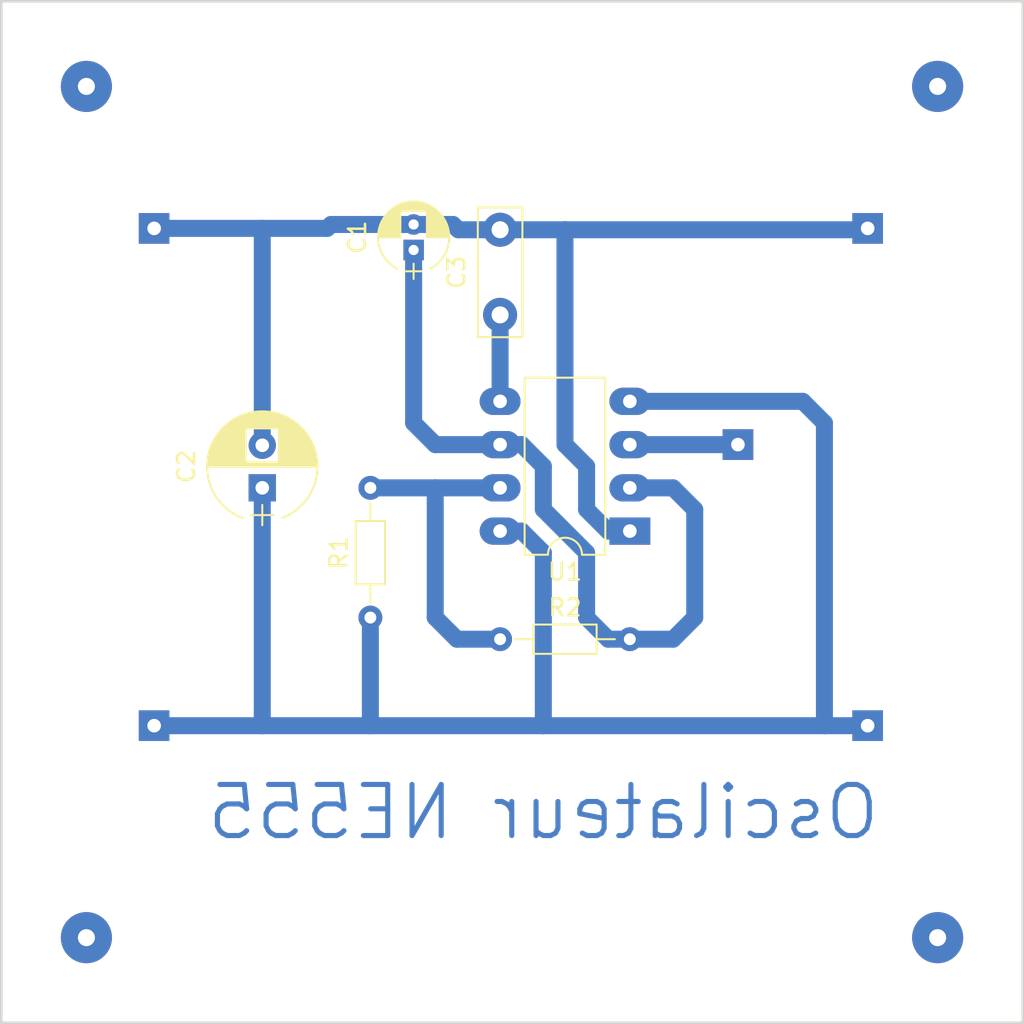
<source format=kicad_pcb>
(kicad_pcb (version 4) (host pcbnew 4.0.7)

  (general
    (links 17)
    (no_connects 0)
    (area 124.924999 79.924999 185.075001 140.075001)
    (thickness 1.6)
    (drawings 5)
    (tracks 51)
    (zones 0)
    (modules 15)
    (nets 7)
  )

  (page A4)
  (layers
    (0 F.Cu signal)
    (31 B.Cu signal)
    (32 B.Adhes user)
    (33 F.Adhes user)
    (34 B.Paste user)
    (35 F.Paste user)
    (36 B.SilkS user)
    (37 F.SilkS user)
    (38 B.Mask user)
    (39 F.Mask user)
    (40 Dwgs.User user)
    (41 Cmts.User user)
    (42 Eco1.User user)
    (43 Eco2.User user)
    (44 Edge.Cuts user)
    (45 Margin user)
    (46 B.CrtYd user)
    (47 F.CrtYd user)
    (48 B.Fab user)
    (49 F.Fab user)
  )

  (setup
    (last_trace_width 1)
    (user_trace_width 1)
    (user_trace_width 2)
    (trace_clearance 0.2)
    (zone_clearance 0.508)
    (zone_45_only no)
    (trace_min 0.2)
    (segment_width 0.2)
    (edge_width 0.15)
    (via_size 0.6)
    (via_drill 0.4)
    (via_min_size 0.4)
    (via_min_drill 0.3)
    (user_via 1.5 0.8)
    (user_via 2.5 1)
    (uvia_size 0.3)
    (uvia_drill 0.1)
    (uvias_allowed no)
    (uvia_min_size 0.2)
    (uvia_min_drill 0.1)
    (pcb_text_width 0.3)
    (pcb_text_size 1.5 1.5)
    (mod_edge_width 0.15)
    (mod_text_size 1 1)
    (mod_text_width 0.15)
    (pad_size 1.524 1.524)
    (pad_drill 0.762)
    (pad_to_mask_clearance 0.2)
    (aux_axis_origin 0 0)
    (visible_elements FFFFFF7F)
    (pcbplotparams
      (layerselection 0x00030_80000001)
      (usegerberextensions false)
      (excludeedgelayer true)
      (linewidth 0.100000)
      (plotframeref false)
      (viasonmask false)
      (mode 1)
      (useauxorigin false)
      (hpglpennumber 1)
      (hpglpenspeed 20)
      (hpglpendiameter 15)
      (hpglpenoverlay 2)
      (psnegative false)
      (psa4output false)
      (plotreference true)
      (plotvalue true)
      (plotinvisibletext false)
      (padsonsilk false)
      (subtractmaskfromsilk false)
      (outputformat 1)
      (mirror false)
      (drillshape 0)
      (scaleselection 1)
      (outputdirectory C:/Users/PORTABLE/Documents/GitProjets/Fablab19-Alex-Eric-Chenillard-Projet/Kicad/Circuits-imprimés/Oscillateur-Fixe/Gerber/))
  )

  (net 0 "")
  (net 1 "Net-(C1-Pad1)")
  (net 2 GND)
  (net 3 9V)
  (net 4 "Net-(C3-Pad1)")
  (net 5 "Net-(R1-Pad2)")
  (net 6 "Net-(J4-Pad1)")

  (net_class Default "Ceci est la Netclass par défaut"
    (clearance 0.2)
    (trace_width 0.25)
    (via_dia 0.6)
    (via_drill 0.4)
    (uvia_dia 0.3)
    (uvia_drill 0.1)
    (add_net 9V)
    (add_net GND)
    (add_net "Net-(C1-Pad1)")
    (add_net "Net-(C3-Pad1)")
    (add_net "Net-(J4-Pad1)")
    (add_net "Net-(R1-Pad2)")
  )

  (module Capacitors_THT:CP_Radial_D4.0mm_P1.50mm (layer F.Cu) (tedit 597BC7C2) (tstamp 5A807B77)
    (at 149.22 94.61 90)
    (descr "CP, Radial series, Radial, pin pitch=1.50mm, , diameter=4mm, Electrolytic Capacitor")
    (tags "CP Radial series Radial pin pitch 1.50mm  diameter 4mm Electrolytic Capacitor")
    (path /5A807ADC)
    (fp_text reference C1 (at 0.75 -3.31 90) (layer F.SilkS)
      (effects (font (size 1 1) (thickness 0.15)))
    )
    (fp_text value 10µF/25V (at 0.75 3.31 90) (layer F.Fab)
      (effects (font (size 1 1) (thickness 0.15)))
    )
    (fp_arc (start 0.75 0) (end -1.095996 -0.98) (angle 124.1) (layer F.SilkS) (width 0.12))
    (fp_arc (start 0.75 0) (end -1.095996 0.98) (angle -124.1) (layer F.SilkS) (width 0.12))
    (fp_arc (start 0.75 0) (end 2.595996 -0.98) (angle 55.9) (layer F.SilkS) (width 0.12))
    (fp_circle (center 0.75 0) (end 2.75 0) (layer F.Fab) (width 0.1))
    (fp_line (start -1.7 0) (end -0.8 0) (layer F.Fab) (width 0.1))
    (fp_line (start -1.25 -0.45) (end -1.25 0.45) (layer F.Fab) (width 0.1))
    (fp_line (start 0.75 0.78) (end 0.75 2.05) (layer F.SilkS) (width 0.12))
    (fp_line (start 0.75 -2.05) (end 0.75 -0.78) (layer F.SilkS) (width 0.12))
    (fp_line (start 0.79 -2.05) (end 0.79 -0.78) (layer F.SilkS) (width 0.12))
    (fp_line (start 0.79 0.78) (end 0.79 2.05) (layer F.SilkS) (width 0.12))
    (fp_line (start 0.83 -2.049) (end 0.83 -0.78) (layer F.SilkS) (width 0.12))
    (fp_line (start 0.83 0.78) (end 0.83 2.049) (layer F.SilkS) (width 0.12))
    (fp_line (start 0.87 -2.047) (end 0.87 -0.78) (layer F.SilkS) (width 0.12))
    (fp_line (start 0.87 0.78) (end 0.87 2.047) (layer F.SilkS) (width 0.12))
    (fp_line (start 0.91 -2.044) (end 0.91 -0.78) (layer F.SilkS) (width 0.12))
    (fp_line (start 0.91 0.78) (end 0.91 2.044) (layer F.SilkS) (width 0.12))
    (fp_line (start 0.95 -2.041) (end 0.95 -0.78) (layer F.SilkS) (width 0.12))
    (fp_line (start 0.95 0.78) (end 0.95 2.041) (layer F.SilkS) (width 0.12))
    (fp_line (start 0.99 -2.037) (end 0.99 -0.78) (layer F.SilkS) (width 0.12))
    (fp_line (start 0.99 0.78) (end 0.99 2.037) (layer F.SilkS) (width 0.12))
    (fp_line (start 1.03 -2.032) (end 1.03 -0.78) (layer F.SilkS) (width 0.12))
    (fp_line (start 1.03 0.78) (end 1.03 2.032) (layer F.SilkS) (width 0.12))
    (fp_line (start 1.07 -2.026) (end 1.07 -0.78) (layer F.SilkS) (width 0.12))
    (fp_line (start 1.07 0.78) (end 1.07 2.026) (layer F.SilkS) (width 0.12))
    (fp_line (start 1.11 -2.019) (end 1.11 -0.78) (layer F.SilkS) (width 0.12))
    (fp_line (start 1.11 0.78) (end 1.11 2.019) (layer F.SilkS) (width 0.12))
    (fp_line (start 1.15 -2.012) (end 1.15 -0.78) (layer F.SilkS) (width 0.12))
    (fp_line (start 1.15 0.78) (end 1.15 2.012) (layer F.SilkS) (width 0.12))
    (fp_line (start 1.19 -2.004) (end 1.19 -0.78) (layer F.SilkS) (width 0.12))
    (fp_line (start 1.19 0.78) (end 1.19 2.004) (layer F.SilkS) (width 0.12))
    (fp_line (start 1.23 -1.995) (end 1.23 -0.78) (layer F.SilkS) (width 0.12))
    (fp_line (start 1.23 0.78) (end 1.23 1.995) (layer F.SilkS) (width 0.12))
    (fp_line (start 1.27 -1.985) (end 1.27 -0.78) (layer F.SilkS) (width 0.12))
    (fp_line (start 1.27 0.78) (end 1.27 1.985) (layer F.SilkS) (width 0.12))
    (fp_line (start 1.31 -1.974) (end 1.31 -0.78) (layer F.SilkS) (width 0.12))
    (fp_line (start 1.31 0.78) (end 1.31 1.974) (layer F.SilkS) (width 0.12))
    (fp_line (start 1.35 -1.963) (end 1.35 -0.78) (layer F.SilkS) (width 0.12))
    (fp_line (start 1.35 0.78) (end 1.35 1.963) (layer F.SilkS) (width 0.12))
    (fp_line (start 1.39 -1.95) (end 1.39 -0.78) (layer F.SilkS) (width 0.12))
    (fp_line (start 1.39 0.78) (end 1.39 1.95) (layer F.SilkS) (width 0.12))
    (fp_line (start 1.43 -1.937) (end 1.43 -0.78) (layer F.SilkS) (width 0.12))
    (fp_line (start 1.43 0.78) (end 1.43 1.937) (layer F.SilkS) (width 0.12))
    (fp_line (start 1.471 -1.923) (end 1.471 -0.78) (layer F.SilkS) (width 0.12))
    (fp_line (start 1.471 0.78) (end 1.471 1.923) (layer F.SilkS) (width 0.12))
    (fp_line (start 1.511 -1.907) (end 1.511 -0.78) (layer F.SilkS) (width 0.12))
    (fp_line (start 1.511 0.78) (end 1.511 1.907) (layer F.SilkS) (width 0.12))
    (fp_line (start 1.551 -1.891) (end 1.551 -0.78) (layer F.SilkS) (width 0.12))
    (fp_line (start 1.551 0.78) (end 1.551 1.891) (layer F.SilkS) (width 0.12))
    (fp_line (start 1.591 -1.874) (end 1.591 -0.78) (layer F.SilkS) (width 0.12))
    (fp_line (start 1.591 0.78) (end 1.591 1.874) (layer F.SilkS) (width 0.12))
    (fp_line (start 1.631 -1.856) (end 1.631 -0.78) (layer F.SilkS) (width 0.12))
    (fp_line (start 1.631 0.78) (end 1.631 1.856) (layer F.SilkS) (width 0.12))
    (fp_line (start 1.671 -1.837) (end 1.671 -0.78) (layer F.SilkS) (width 0.12))
    (fp_line (start 1.671 0.78) (end 1.671 1.837) (layer F.SilkS) (width 0.12))
    (fp_line (start 1.711 -1.817) (end 1.711 -0.78) (layer F.SilkS) (width 0.12))
    (fp_line (start 1.711 0.78) (end 1.711 1.817) (layer F.SilkS) (width 0.12))
    (fp_line (start 1.751 -1.796) (end 1.751 -0.78) (layer F.SilkS) (width 0.12))
    (fp_line (start 1.751 0.78) (end 1.751 1.796) (layer F.SilkS) (width 0.12))
    (fp_line (start 1.791 -1.773) (end 1.791 -0.78) (layer F.SilkS) (width 0.12))
    (fp_line (start 1.791 0.78) (end 1.791 1.773) (layer F.SilkS) (width 0.12))
    (fp_line (start 1.831 -1.75) (end 1.831 -0.78) (layer F.SilkS) (width 0.12))
    (fp_line (start 1.831 0.78) (end 1.831 1.75) (layer F.SilkS) (width 0.12))
    (fp_line (start 1.871 -1.725) (end 1.871 -0.78) (layer F.SilkS) (width 0.12))
    (fp_line (start 1.871 0.78) (end 1.871 1.725) (layer F.SilkS) (width 0.12))
    (fp_line (start 1.911 -1.699) (end 1.911 -0.78) (layer F.SilkS) (width 0.12))
    (fp_line (start 1.911 0.78) (end 1.911 1.699) (layer F.SilkS) (width 0.12))
    (fp_line (start 1.951 -1.672) (end 1.951 -0.78) (layer F.SilkS) (width 0.12))
    (fp_line (start 1.951 0.78) (end 1.951 1.672) (layer F.SilkS) (width 0.12))
    (fp_line (start 1.991 -1.643) (end 1.991 -0.78) (layer F.SilkS) (width 0.12))
    (fp_line (start 1.991 0.78) (end 1.991 1.643) (layer F.SilkS) (width 0.12))
    (fp_line (start 2.031 -1.613) (end 2.031 -0.78) (layer F.SilkS) (width 0.12))
    (fp_line (start 2.031 0.78) (end 2.031 1.613) (layer F.SilkS) (width 0.12))
    (fp_line (start 2.071 -1.581) (end 2.071 -0.78) (layer F.SilkS) (width 0.12))
    (fp_line (start 2.071 0.78) (end 2.071 1.581) (layer F.SilkS) (width 0.12))
    (fp_line (start 2.111 -1.547) (end 2.111 -0.78) (layer F.SilkS) (width 0.12))
    (fp_line (start 2.111 0.78) (end 2.111 1.547) (layer F.SilkS) (width 0.12))
    (fp_line (start 2.151 -1.512) (end 2.151 -0.78) (layer F.SilkS) (width 0.12))
    (fp_line (start 2.151 0.78) (end 2.151 1.512) (layer F.SilkS) (width 0.12))
    (fp_line (start 2.191 -1.475) (end 2.191 -0.78) (layer F.SilkS) (width 0.12))
    (fp_line (start 2.191 0.78) (end 2.191 1.475) (layer F.SilkS) (width 0.12))
    (fp_line (start 2.231 -1.436) (end 2.231 -0.78) (layer F.SilkS) (width 0.12))
    (fp_line (start 2.231 0.78) (end 2.231 1.436) (layer F.SilkS) (width 0.12))
    (fp_line (start 2.271 -1.395) (end 2.271 -0.78) (layer F.SilkS) (width 0.12))
    (fp_line (start 2.271 0.78) (end 2.271 1.395) (layer F.SilkS) (width 0.12))
    (fp_line (start 2.311 -1.351) (end 2.311 1.351) (layer F.SilkS) (width 0.12))
    (fp_line (start 2.351 -1.305) (end 2.351 1.305) (layer F.SilkS) (width 0.12))
    (fp_line (start 2.391 -1.256) (end 2.391 1.256) (layer F.SilkS) (width 0.12))
    (fp_line (start 2.431 -1.204) (end 2.431 1.204) (layer F.SilkS) (width 0.12))
    (fp_line (start 2.471 -1.148) (end 2.471 1.148) (layer F.SilkS) (width 0.12))
    (fp_line (start 2.511 -1.088) (end 2.511 1.088) (layer F.SilkS) (width 0.12))
    (fp_line (start 2.551 -1.023) (end 2.551 1.023) (layer F.SilkS) (width 0.12))
    (fp_line (start 2.591 -0.952) (end 2.591 0.952) (layer F.SilkS) (width 0.12))
    (fp_line (start 2.631 -0.874) (end 2.631 0.874) (layer F.SilkS) (width 0.12))
    (fp_line (start 2.671 -0.786) (end 2.671 0.786) (layer F.SilkS) (width 0.12))
    (fp_line (start 2.711 -0.686) (end 2.711 0.686) (layer F.SilkS) (width 0.12))
    (fp_line (start 2.751 -0.567) (end 2.751 0.567) (layer F.SilkS) (width 0.12))
    (fp_line (start 2.791 -0.415) (end 2.791 0.415) (layer F.SilkS) (width 0.12))
    (fp_line (start 2.831 -0.165) (end 2.831 0.165) (layer F.SilkS) (width 0.12))
    (fp_line (start -1.7 0) (end -0.8 0) (layer F.SilkS) (width 0.12))
    (fp_line (start -1.25 -0.45) (end -1.25 0.45) (layer F.SilkS) (width 0.12))
    (fp_line (start -1.6 -2.35) (end -1.6 2.35) (layer F.CrtYd) (width 0.05))
    (fp_line (start -1.6 2.35) (end 3.1 2.35) (layer F.CrtYd) (width 0.05))
    (fp_line (start 3.1 2.35) (end 3.1 -2.35) (layer F.CrtYd) (width 0.05))
    (fp_line (start 3.1 -2.35) (end -1.6 -2.35) (layer F.CrtYd) (width 0.05))
    (fp_text user %R (at 0.75 0 90) (layer F.Fab)
      (effects (font (size 1 1) (thickness 0.15)))
    )
    (pad 1 thru_hole rect (at 0 0 90) (size 1.2 1.2) (drill 0.6) (layers *.Cu *.Mask)
      (net 1 "Net-(C1-Pad1)"))
    (pad 2 thru_hole circle (at 1.5 0 90) (size 1.2 1.2) (drill 0.6) (layers *.Cu *.Mask)
      (net 2 GND))
    (model ${KISYS3DMOD}/Capacitors_THT.3dshapes/CP_Radial_D4.0mm_P1.50mm.wrl
      (at (xyz 0 0 0))
      (scale (xyz 1 1 1))
      (rotate (xyz 0 0 0))
    )
  )

  (module Capacitors_THT:CP_Radial_D6.3mm_P2.50mm (layer F.Cu) (tedit 597BC7C2) (tstamp 5A807B7D)
    (at 140.33 108.58 90)
    (descr "CP, Radial series, Radial, pin pitch=2.50mm, , diameter=6.3mm, Electrolytic Capacitor")
    (tags "CP Radial series Radial pin pitch 2.50mm  diameter 6.3mm Electrolytic Capacitor")
    (path /5A807688)
    (fp_text reference C2 (at 1.25 -4.46 90) (layer F.SilkS)
      (effects (font (size 1 1) (thickness 0.15)))
    )
    (fp_text value "100µF / 25V" (at 1.25 4.46 90) (layer F.Fab)
      (effects (font (size 1 1) (thickness 0.15)))
    )
    (fp_arc (start 1.25 0) (end -1.767482 -1.18) (angle 137.3) (layer F.SilkS) (width 0.12))
    (fp_arc (start 1.25 0) (end -1.767482 1.18) (angle -137.3) (layer F.SilkS) (width 0.12))
    (fp_arc (start 1.25 0) (end 4.267482 -1.18) (angle 42.7) (layer F.SilkS) (width 0.12))
    (fp_circle (center 1.25 0) (end 4.4 0) (layer F.Fab) (width 0.1))
    (fp_line (start -2.2 0) (end -1 0) (layer F.Fab) (width 0.1))
    (fp_line (start -1.6 -0.65) (end -1.6 0.65) (layer F.Fab) (width 0.1))
    (fp_line (start 1.25 -3.2) (end 1.25 3.2) (layer F.SilkS) (width 0.12))
    (fp_line (start 1.29 -3.2) (end 1.29 3.2) (layer F.SilkS) (width 0.12))
    (fp_line (start 1.33 -3.2) (end 1.33 3.2) (layer F.SilkS) (width 0.12))
    (fp_line (start 1.37 -3.198) (end 1.37 3.198) (layer F.SilkS) (width 0.12))
    (fp_line (start 1.41 -3.197) (end 1.41 3.197) (layer F.SilkS) (width 0.12))
    (fp_line (start 1.45 -3.194) (end 1.45 3.194) (layer F.SilkS) (width 0.12))
    (fp_line (start 1.49 -3.192) (end 1.49 3.192) (layer F.SilkS) (width 0.12))
    (fp_line (start 1.53 -3.188) (end 1.53 -0.98) (layer F.SilkS) (width 0.12))
    (fp_line (start 1.53 0.98) (end 1.53 3.188) (layer F.SilkS) (width 0.12))
    (fp_line (start 1.57 -3.185) (end 1.57 -0.98) (layer F.SilkS) (width 0.12))
    (fp_line (start 1.57 0.98) (end 1.57 3.185) (layer F.SilkS) (width 0.12))
    (fp_line (start 1.61 -3.18) (end 1.61 -0.98) (layer F.SilkS) (width 0.12))
    (fp_line (start 1.61 0.98) (end 1.61 3.18) (layer F.SilkS) (width 0.12))
    (fp_line (start 1.65 -3.176) (end 1.65 -0.98) (layer F.SilkS) (width 0.12))
    (fp_line (start 1.65 0.98) (end 1.65 3.176) (layer F.SilkS) (width 0.12))
    (fp_line (start 1.69 -3.17) (end 1.69 -0.98) (layer F.SilkS) (width 0.12))
    (fp_line (start 1.69 0.98) (end 1.69 3.17) (layer F.SilkS) (width 0.12))
    (fp_line (start 1.73 -3.165) (end 1.73 -0.98) (layer F.SilkS) (width 0.12))
    (fp_line (start 1.73 0.98) (end 1.73 3.165) (layer F.SilkS) (width 0.12))
    (fp_line (start 1.77 -3.158) (end 1.77 -0.98) (layer F.SilkS) (width 0.12))
    (fp_line (start 1.77 0.98) (end 1.77 3.158) (layer F.SilkS) (width 0.12))
    (fp_line (start 1.81 -3.152) (end 1.81 -0.98) (layer F.SilkS) (width 0.12))
    (fp_line (start 1.81 0.98) (end 1.81 3.152) (layer F.SilkS) (width 0.12))
    (fp_line (start 1.85 -3.144) (end 1.85 -0.98) (layer F.SilkS) (width 0.12))
    (fp_line (start 1.85 0.98) (end 1.85 3.144) (layer F.SilkS) (width 0.12))
    (fp_line (start 1.89 -3.137) (end 1.89 -0.98) (layer F.SilkS) (width 0.12))
    (fp_line (start 1.89 0.98) (end 1.89 3.137) (layer F.SilkS) (width 0.12))
    (fp_line (start 1.93 -3.128) (end 1.93 -0.98) (layer F.SilkS) (width 0.12))
    (fp_line (start 1.93 0.98) (end 1.93 3.128) (layer F.SilkS) (width 0.12))
    (fp_line (start 1.971 -3.119) (end 1.971 -0.98) (layer F.SilkS) (width 0.12))
    (fp_line (start 1.971 0.98) (end 1.971 3.119) (layer F.SilkS) (width 0.12))
    (fp_line (start 2.011 -3.11) (end 2.011 -0.98) (layer F.SilkS) (width 0.12))
    (fp_line (start 2.011 0.98) (end 2.011 3.11) (layer F.SilkS) (width 0.12))
    (fp_line (start 2.051 -3.1) (end 2.051 -0.98) (layer F.SilkS) (width 0.12))
    (fp_line (start 2.051 0.98) (end 2.051 3.1) (layer F.SilkS) (width 0.12))
    (fp_line (start 2.091 -3.09) (end 2.091 -0.98) (layer F.SilkS) (width 0.12))
    (fp_line (start 2.091 0.98) (end 2.091 3.09) (layer F.SilkS) (width 0.12))
    (fp_line (start 2.131 -3.079) (end 2.131 -0.98) (layer F.SilkS) (width 0.12))
    (fp_line (start 2.131 0.98) (end 2.131 3.079) (layer F.SilkS) (width 0.12))
    (fp_line (start 2.171 -3.067) (end 2.171 -0.98) (layer F.SilkS) (width 0.12))
    (fp_line (start 2.171 0.98) (end 2.171 3.067) (layer F.SilkS) (width 0.12))
    (fp_line (start 2.211 -3.055) (end 2.211 -0.98) (layer F.SilkS) (width 0.12))
    (fp_line (start 2.211 0.98) (end 2.211 3.055) (layer F.SilkS) (width 0.12))
    (fp_line (start 2.251 -3.042) (end 2.251 -0.98) (layer F.SilkS) (width 0.12))
    (fp_line (start 2.251 0.98) (end 2.251 3.042) (layer F.SilkS) (width 0.12))
    (fp_line (start 2.291 -3.029) (end 2.291 -0.98) (layer F.SilkS) (width 0.12))
    (fp_line (start 2.291 0.98) (end 2.291 3.029) (layer F.SilkS) (width 0.12))
    (fp_line (start 2.331 -3.015) (end 2.331 -0.98) (layer F.SilkS) (width 0.12))
    (fp_line (start 2.331 0.98) (end 2.331 3.015) (layer F.SilkS) (width 0.12))
    (fp_line (start 2.371 -3.001) (end 2.371 -0.98) (layer F.SilkS) (width 0.12))
    (fp_line (start 2.371 0.98) (end 2.371 3.001) (layer F.SilkS) (width 0.12))
    (fp_line (start 2.411 -2.986) (end 2.411 -0.98) (layer F.SilkS) (width 0.12))
    (fp_line (start 2.411 0.98) (end 2.411 2.986) (layer F.SilkS) (width 0.12))
    (fp_line (start 2.451 -2.97) (end 2.451 -0.98) (layer F.SilkS) (width 0.12))
    (fp_line (start 2.451 0.98) (end 2.451 2.97) (layer F.SilkS) (width 0.12))
    (fp_line (start 2.491 -2.954) (end 2.491 -0.98) (layer F.SilkS) (width 0.12))
    (fp_line (start 2.491 0.98) (end 2.491 2.954) (layer F.SilkS) (width 0.12))
    (fp_line (start 2.531 -2.937) (end 2.531 -0.98) (layer F.SilkS) (width 0.12))
    (fp_line (start 2.531 0.98) (end 2.531 2.937) (layer F.SilkS) (width 0.12))
    (fp_line (start 2.571 -2.919) (end 2.571 -0.98) (layer F.SilkS) (width 0.12))
    (fp_line (start 2.571 0.98) (end 2.571 2.919) (layer F.SilkS) (width 0.12))
    (fp_line (start 2.611 -2.901) (end 2.611 -0.98) (layer F.SilkS) (width 0.12))
    (fp_line (start 2.611 0.98) (end 2.611 2.901) (layer F.SilkS) (width 0.12))
    (fp_line (start 2.651 -2.882) (end 2.651 -0.98) (layer F.SilkS) (width 0.12))
    (fp_line (start 2.651 0.98) (end 2.651 2.882) (layer F.SilkS) (width 0.12))
    (fp_line (start 2.691 -2.863) (end 2.691 -0.98) (layer F.SilkS) (width 0.12))
    (fp_line (start 2.691 0.98) (end 2.691 2.863) (layer F.SilkS) (width 0.12))
    (fp_line (start 2.731 -2.843) (end 2.731 -0.98) (layer F.SilkS) (width 0.12))
    (fp_line (start 2.731 0.98) (end 2.731 2.843) (layer F.SilkS) (width 0.12))
    (fp_line (start 2.771 -2.822) (end 2.771 -0.98) (layer F.SilkS) (width 0.12))
    (fp_line (start 2.771 0.98) (end 2.771 2.822) (layer F.SilkS) (width 0.12))
    (fp_line (start 2.811 -2.8) (end 2.811 -0.98) (layer F.SilkS) (width 0.12))
    (fp_line (start 2.811 0.98) (end 2.811 2.8) (layer F.SilkS) (width 0.12))
    (fp_line (start 2.851 -2.778) (end 2.851 -0.98) (layer F.SilkS) (width 0.12))
    (fp_line (start 2.851 0.98) (end 2.851 2.778) (layer F.SilkS) (width 0.12))
    (fp_line (start 2.891 -2.755) (end 2.891 -0.98) (layer F.SilkS) (width 0.12))
    (fp_line (start 2.891 0.98) (end 2.891 2.755) (layer F.SilkS) (width 0.12))
    (fp_line (start 2.931 -2.731) (end 2.931 -0.98) (layer F.SilkS) (width 0.12))
    (fp_line (start 2.931 0.98) (end 2.931 2.731) (layer F.SilkS) (width 0.12))
    (fp_line (start 2.971 -2.706) (end 2.971 -0.98) (layer F.SilkS) (width 0.12))
    (fp_line (start 2.971 0.98) (end 2.971 2.706) (layer F.SilkS) (width 0.12))
    (fp_line (start 3.011 -2.681) (end 3.011 -0.98) (layer F.SilkS) (width 0.12))
    (fp_line (start 3.011 0.98) (end 3.011 2.681) (layer F.SilkS) (width 0.12))
    (fp_line (start 3.051 -2.654) (end 3.051 -0.98) (layer F.SilkS) (width 0.12))
    (fp_line (start 3.051 0.98) (end 3.051 2.654) (layer F.SilkS) (width 0.12))
    (fp_line (start 3.091 -2.627) (end 3.091 -0.98) (layer F.SilkS) (width 0.12))
    (fp_line (start 3.091 0.98) (end 3.091 2.627) (layer F.SilkS) (width 0.12))
    (fp_line (start 3.131 -2.599) (end 3.131 -0.98) (layer F.SilkS) (width 0.12))
    (fp_line (start 3.131 0.98) (end 3.131 2.599) (layer F.SilkS) (width 0.12))
    (fp_line (start 3.171 -2.57) (end 3.171 -0.98) (layer F.SilkS) (width 0.12))
    (fp_line (start 3.171 0.98) (end 3.171 2.57) (layer F.SilkS) (width 0.12))
    (fp_line (start 3.211 -2.54) (end 3.211 -0.98) (layer F.SilkS) (width 0.12))
    (fp_line (start 3.211 0.98) (end 3.211 2.54) (layer F.SilkS) (width 0.12))
    (fp_line (start 3.251 -2.51) (end 3.251 -0.98) (layer F.SilkS) (width 0.12))
    (fp_line (start 3.251 0.98) (end 3.251 2.51) (layer F.SilkS) (width 0.12))
    (fp_line (start 3.291 -2.478) (end 3.291 -0.98) (layer F.SilkS) (width 0.12))
    (fp_line (start 3.291 0.98) (end 3.291 2.478) (layer F.SilkS) (width 0.12))
    (fp_line (start 3.331 -2.445) (end 3.331 -0.98) (layer F.SilkS) (width 0.12))
    (fp_line (start 3.331 0.98) (end 3.331 2.445) (layer F.SilkS) (width 0.12))
    (fp_line (start 3.371 -2.411) (end 3.371 -0.98) (layer F.SilkS) (width 0.12))
    (fp_line (start 3.371 0.98) (end 3.371 2.411) (layer F.SilkS) (width 0.12))
    (fp_line (start 3.411 -2.375) (end 3.411 -0.98) (layer F.SilkS) (width 0.12))
    (fp_line (start 3.411 0.98) (end 3.411 2.375) (layer F.SilkS) (width 0.12))
    (fp_line (start 3.451 -2.339) (end 3.451 -0.98) (layer F.SilkS) (width 0.12))
    (fp_line (start 3.451 0.98) (end 3.451 2.339) (layer F.SilkS) (width 0.12))
    (fp_line (start 3.491 -2.301) (end 3.491 2.301) (layer F.SilkS) (width 0.12))
    (fp_line (start 3.531 -2.262) (end 3.531 2.262) (layer F.SilkS) (width 0.12))
    (fp_line (start 3.571 -2.222) (end 3.571 2.222) (layer F.SilkS) (width 0.12))
    (fp_line (start 3.611 -2.18) (end 3.611 2.18) (layer F.SilkS) (width 0.12))
    (fp_line (start 3.651 -2.137) (end 3.651 2.137) (layer F.SilkS) (width 0.12))
    (fp_line (start 3.691 -2.092) (end 3.691 2.092) (layer F.SilkS) (width 0.12))
    (fp_line (start 3.731 -2.045) (end 3.731 2.045) (layer F.SilkS) (width 0.12))
    (fp_line (start 3.771 -1.997) (end 3.771 1.997) (layer F.SilkS) (width 0.12))
    (fp_line (start 3.811 -1.946) (end 3.811 1.946) (layer F.SilkS) (width 0.12))
    (fp_line (start 3.851 -1.894) (end 3.851 1.894) (layer F.SilkS) (width 0.12))
    (fp_line (start 3.891 -1.839) (end 3.891 1.839) (layer F.SilkS) (width 0.12))
    (fp_line (start 3.931 -1.781) (end 3.931 1.781) (layer F.SilkS) (width 0.12))
    (fp_line (start 3.971 -1.721) (end 3.971 1.721) (layer F.SilkS) (width 0.12))
    (fp_line (start 4.011 -1.658) (end 4.011 1.658) (layer F.SilkS) (width 0.12))
    (fp_line (start 4.051 -1.591) (end 4.051 1.591) (layer F.SilkS) (width 0.12))
    (fp_line (start 4.091 -1.52) (end 4.091 1.52) (layer F.SilkS) (width 0.12))
    (fp_line (start 4.131 -1.445) (end 4.131 1.445) (layer F.SilkS) (width 0.12))
    (fp_line (start 4.171 -1.364) (end 4.171 1.364) (layer F.SilkS) (width 0.12))
    (fp_line (start 4.211 -1.278) (end 4.211 1.278) (layer F.SilkS) (width 0.12))
    (fp_line (start 4.251 -1.184) (end 4.251 1.184) (layer F.SilkS) (width 0.12))
    (fp_line (start 4.291 -1.081) (end 4.291 1.081) (layer F.SilkS) (width 0.12))
    (fp_line (start 4.331 -0.966) (end 4.331 0.966) (layer F.SilkS) (width 0.12))
    (fp_line (start 4.371 -0.834) (end 4.371 0.834) (layer F.SilkS) (width 0.12))
    (fp_line (start 4.411 -0.676) (end 4.411 0.676) (layer F.SilkS) (width 0.12))
    (fp_line (start 4.451 -0.468) (end 4.451 0.468) (layer F.SilkS) (width 0.12))
    (fp_line (start -2.2 0) (end -1 0) (layer F.SilkS) (width 0.12))
    (fp_line (start -1.6 -0.65) (end -1.6 0.65) (layer F.SilkS) (width 0.12))
    (fp_line (start -2.25 -3.5) (end -2.25 3.5) (layer F.CrtYd) (width 0.05))
    (fp_line (start -2.25 3.5) (end 4.75 3.5) (layer F.CrtYd) (width 0.05))
    (fp_line (start 4.75 3.5) (end 4.75 -3.5) (layer F.CrtYd) (width 0.05))
    (fp_line (start 4.75 -3.5) (end -2.25 -3.5) (layer F.CrtYd) (width 0.05))
    (fp_text user %R (at 1.25 0 90) (layer F.Fab)
      (effects (font (size 1 1) (thickness 0.15)))
    )
    (pad 1 thru_hole rect (at 0 0 90) (size 1.6 1.6) (drill 0.8) (layers *.Cu *.Mask)
      (net 3 9V))
    (pad 2 thru_hole circle (at 2.5 0 90) (size 1.6 1.6) (drill 0.8) (layers *.Cu *.Mask)
      (net 2 GND))
    (model ${KISYS3DMOD}/Capacitors_THT.3dshapes/CP_Radial_D6.3mm_P2.50mm.wrl
      (at (xyz 0 0 0))
      (scale (xyz 1 1 1))
      (rotate (xyz 0 0 0))
    )
  )

  (module Capacitors_THT:C_Disc_D7.5mm_W2.5mm_P5.00mm (layer F.Cu) (tedit 597BC7C2) (tstamp 5A807B83)
    (at 154.3 98.42 90)
    (descr "C, Disc series, Radial, pin pitch=5.00mm, , diameter*width=7.5*2.5mm^2, Capacitor, http://www.vishay.com/docs/28535/vy2series.pdf")
    (tags "C Disc series Radial pin pitch 5.00mm  diameter 7.5mm width 2.5mm Capacitor")
    (path /5A807C9D)
    (fp_text reference C3 (at 2.5 -2.56 90) (layer F.SilkS)
      (effects (font (size 1 1) (thickness 0.15)))
    )
    (fp_text value 10nF (at 2.5 2.56 90) (layer F.Fab)
      (effects (font (size 1 1) (thickness 0.15)))
    )
    (fp_line (start -1.25 -1.25) (end -1.25 1.25) (layer F.Fab) (width 0.1))
    (fp_line (start -1.25 1.25) (end 6.25 1.25) (layer F.Fab) (width 0.1))
    (fp_line (start 6.25 1.25) (end 6.25 -1.25) (layer F.Fab) (width 0.1))
    (fp_line (start 6.25 -1.25) (end -1.25 -1.25) (layer F.Fab) (width 0.1))
    (fp_line (start -1.31 -1.31) (end 6.31 -1.31) (layer F.SilkS) (width 0.12))
    (fp_line (start -1.31 1.31) (end 6.31 1.31) (layer F.SilkS) (width 0.12))
    (fp_line (start -1.31 -1.31) (end -1.31 1.31) (layer F.SilkS) (width 0.12))
    (fp_line (start 6.31 -1.31) (end 6.31 1.31) (layer F.SilkS) (width 0.12))
    (fp_line (start -1.6 -1.6) (end -1.6 1.6) (layer F.CrtYd) (width 0.05))
    (fp_line (start -1.6 1.6) (end 6.6 1.6) (layer F.CrtYd) (width 0.05))
    (fp_line (start 6.6 1.6) (end 6.6 -1.6) (layer F.CrtYd) (width 0.05))
    (fp_line (start 6.6 -1.6) (end -1.6 -1.6) (layer F.CrtYd) (width 0.05))
    (fp_text user %R (at 2.5 0 90) (layer F.Fab)
      (effects (font (size 1 1) (thickness 0.15)))
    )
    (pad 1 thru_hole circle (at 0 0 90) (size 2 2) (drill 1) (layers *.Cu *.Mask)
      (net 4 "Net-(C3-Pad1)"))
    (pad 2 thru_hole circle (at 5 0 90) (size 2 2) (drill 1) (layers *.Cu *.Mask)
      (net 2 GND))
    (model ${KISYS3DMOD}/Capacitors_THT.3dshapes/C_Disc_D7.5mm_W2.5mm_P5.00mm.wrl
      (at (xyz 0 0 0))
      (scale (xyz 1 1 1))
      (rotate (xyz 0 0 0))
    )
  )

  (module Resistors_THT:R_Axial_DIN0204_L3.6mm_D1.6mm_P7.62mm_Horizontal (layer F.Cu) (tedit 5874F706) (tstamp 5A807B95)
    (at 146.68 116.2 90)
    (descr "Resistor, Axial_DIN0204 series, Axial, Horizontal, pin pitch=7.62mm, 0.16666666666666666W = 1/6W, length*diameter=3.6*1.6mm^2, http://cdn-reichelt.de/documents/datenblatt/B400/1_4W%23YAG.pdf")
    (tags "Resistor Axial_DIN0204 series Axial Horizontal pin pitch 7.62mm 0.16666666666666666W = 1/6W length 3.6mm diameter 1.6mm")
    (path /5A8077E9)
    (fp_text reference R1 (at 3.81 -1.86 90) (layer F.SilkS)
      (effects (font (size 1 1) (thickness 0.15)))
    )
    (fp_text value 47K (at 3.81 1.86 90) (layer F.Fab)
      (effects (font (size 1 1) (thickness 0.15)))
    )
    (fp_line (start 2.01 -0.8) (end 2.01 0.8) (layer F.Fab) (width 0.1))
    (fp_line (start 2.01 0.8) (end 5.61 0.8) (layer F.Fab) (width 0.1))
    (fp_line (start 5.61 0.8) (end 5.61 -0.8) (layer F.Fab) (width 0.1))
    (fp_line (start 5.61 -0.8) (end 2.01 -0.8) (layer F.Fab) (width 0.1))
    (fp_line (start 0 0) (end 2.01 0) (layer F.Fab) (width 0.1))
    (fp_line (start 7.62 0) (end 5.61 0) (layer F.Fab) (width 0.1))
    (fp_line (start 1.95 -0.86) (end 1.95 0.86) (layer F.SilkS) (width 0.12))
    (fp_line (start 1.95 0.86) (end 5.67 0.86) (layer F.SilkS) (width 0.12))
    (fp_line (start 5.67 0.86) (end 5.67 -0.86) (layer F.SilkS) (width 0.12))
    (fp_line (start 5.67 -0.86) (end 1.95 -0.86) (layer F.SilkS) (width 0.12))
    (fp_line (start 0.88 0) (end 1.95 0) (layer F.SilkS) (width 0.12))
    (fp_line (start 6.74 0) (end 5.67 0) (layer F.SilkS) (width 0.12))
    (fp_line (start -0.95 -1.15) (end -0.95 1.15) (layer F.CrtYd) (width 0.05))
    (fp_line (start -0.95 1.15) (end 8.6 1.15) (layer F.CrtYd) (width 0.05))
    (fp_line (start 8.6 1.15) (end 8.6 -1.15) (layer F.CrtYd) (width 0.05))
    (fp_line (start 8.6 -1.15) (end -0.95 -1.15) (layer F.CrtYd) (width 0.05))
    (pad 1 thru_hole circle (at 0 0 90) (size 1.4 1.4) (drill 0.7) (layers *.Cu *.Mask)
      (net 3 9V))
    (pad 2 thru_hole oval (at 7.62 0 90) (size 1.4 1.4) (drill 0.7) (layers *.Cu *.Mask)
      (net 5 "Net-(R1-Pad2)"))
    (model ${KISYS3DMOD}/Resistors_THT.3dshapes/R_Axial_DIN0204_L3.6mm_D1.6mm_P7.62mm_Horizontal.wrl
      (at (xyz 0 0 0))
      (scale (xyz 0.393701 0.393701 0.393701))
      (rotate (xyz 0 0 0))
    )
  )

  (module Resistors_THT:R_Axial_DIN0204_L3.6mm_D1.6mm_P7.62mm_Horizontal (layer F.Cu) (tedit 5874F706) (tstamp 5A807B9B)
    (at 154.3 117.47)
    (descr "Resistor, Axial_DIN0204 series, Axial, Horizontal, pin pitch=7.62mm, 0.16666666666666666W = 1/6W, length*diameter=3.6*1.6mm^2, http://cdn-reichelt.de/documents/datenblatt/B400/1_4W%23YAG.pdf")
    (tags "Resistor Axial_DIN0204 series Axial Horizontal pin pitch 7.62mm 0.16666666666666666W = 1/6W length 3.6mm diameter 1.6mm")
    (path /5A807864)
    (fp_text reference R2 (at 3.81 -1.86) (layer F.SilkS)
      (effects (font (size 1 1) (thickness 0.15)))
    )
    (fp_text value 56K (at 3.81 1.86) (layer F.Fab)
      (effects (font (size 1 1) (thickness 0.15)))
    )
    (fp_line (start 2.01 -0.8) (end 2.01 0.8) (layer F.Fab) (width 0.1))
    (fp_line (start 2.01 0.8) (end 5.61 0.8) (layer F.Fab) (width 0.1))
    (fp_line (start 5.61 0.8) (end 5.61 -0.8) (layer F.Fab) (width 0.1))
    (fp_line (start 5.61 -0.8) (end 2.01 -0.8) (layer F.Fab) (width 0.1))
    (fp_line (start 0 0) (end 2.01 0) (layer F.Fab) (width 0.1))
    (fp_line (start 7.62 0) (end 5.61 0) (layer F.Fab) (width 0.1))
    (fp_line (start 1.95 -0.86) (end 1.95 0.86) (layer F.SilkS) (width 0.12))
    (fp_line (start 1.95 0.86) (end 5.67 0.86) (layer F.SilkS) (width 0.12))
    (fp_line (start 5.67 0.86) (end 5.67 -0.86) (layer F.SilkS) (width 0.12))
    (fp_line (start 5.67 -0.86) (end 1.95 -0.86) (layer F.SilkS) (width 0.12))
    (fp_line (start 0.88 0) (end 1.95 0) (layer F.SilkS) (width 0.12))
    (fp_line (start 6.74 0) (end 5.67 0) (layer F.SilkS) (width 0.12))
    (fp_line (start -0.95 -1.15) (end -0.95 1.15) (layer F.CrtYd) (width 0.05))
    (fp_line (start -0.95 1.15) (end 8.6 1.15) (layer F.CrtYd) (width 0.05))
    (fp_line (start 8.6 1.15) (end 8.6 -1.15) (layer F.CrtYd) (width 0.05))
    (fp_line (start 8.6 -1.15) (end -0.95 -1.15) (layer F.CrtYd) (width 0.05))
    (pad 1 thru_hole circle (at 0 0) (size 1.4 1.4) (drill 0.7) (layers *.Cu *.Mask)
      (net 5 "Net-(R1-Pad2)"))
    (pad 2 thru_hole oval (at 7.62 0) (size 1.4 1.4) (drill 0.7) (layers *.Cu *.Mask)
      (net 1 "Net-(C1-Pad1)"))
    (model ${KISYS3DMOD}/Resistors_THT.3dshapes/R_Axial_DIN0204_L3.6mm_D1.6mm_P7.62mm_Horizontal.wrl
      (at (xyz 0 0 0))
      (scale (xyz 0.393701 0.393701 0.393701))
      (rotate (xyz 0 0 0))
    )
  )

  (module Housings_DIP:DIP-8_W7.62mm_LongPads (layer F.Cu) (tedit 58CC8E33) (tstamp 5A807BA7)
    (at 161.92 111.12 180)
    (descr "8-lead dip package, row spacing 7.62 mm (300 mils), LongPads")
    (tags "DIL DIP PDIP 2.54mm 7.62mm 300mil LongPads")
    (path /5A807536)
    (fp_text reference U1 (at 3.81 -2.39 180) (layer F.SilkS)
      (effects (font (size 1 1) (thickness 0.15)))
    )
    (fp_text value NE555 (at 3.81 10.01 180) (layer F.Fab)
      (effects (font (size 1 1) (thickness 0.15)))
    )
    (fp_text user %R (at 3.81 3.81 180) (layer F.Fab)
      (effects (font (size 1 1) (thickness 0.15)))
    )
    (fp_line (start 1.635 -1.27) (end 6.985 -1.27) (layer F.Fab) (width 0.1))
    (fp_line (start 6.985 -1.27) (end 6.985 8.89) (layer F.Fab) (width 0.1))
    (fp_line (start 6.985 8.89) (end 0.635 8.89) (layer F.Fab) (width 0.1))
    (fp_line (start 0.635 8.89) (end 0.635 -0.27) (layer F.Fab) (width 0.1))
    (fp_line (start 0.635 -0.27) (end 1.635 -1.27) (layer F.Fab) (width 0.1))
    (fp_line (start 2.81 -1.39) (end 1.44 -1.39) (layer F.SilkS) (width 0.12))
    (fp_line (start 1.44 -1.39) (end 1.44 9.01) (layer F.SilkS) (width 0.12))
    (fp_line (start 1.44 9.01) (end 6.18 9.01) (layer F.SilkS) (width 0.12))
    (fp_line (start 6.18 9.01) (end 6.18 -1.39) (layer F.SilkS) (width 0.12))
    (fp_line (start 6.18 -1.39) (end 4.81 -1.39) (layer F.SilkS) (width 0.12))
    (fp_line (start -1.5 -1.6) (end -1.5 9.2) (layer F.CrtYd) (width 0.05))
    (fp_line (start -1.5 9.2) (end 9.1 9.2) (layer F.CrtYd) (width 0.05))
    (fp_line (start 9.1 9.2) (end 9.1 -1.6) (layer F.CrtYd) (width 0.05))
    (fp_line (start 9.1 -1.6) (end -1.5 -1.6) (layer F.CrtYd) (width 0.05))
    (fp_arc (start 3.81 -1.39) (end 2.81 -1.39) (angle -180) (layer F.SilkS) (width 0.12))
    (pad 1 thru_hole rect (at 0 0 180) (size 2.4 1.6) (drill 0.8) (layers *.Cu *.Mask)
      (net 2 GND))
    (pad 5 thru_hole oval (at 7.62 7.62 180) (size 2.4 1.6) (drill 0.8) (layers *.Cu *.Mask)
      (net 4 "Net-(C3-Pad1)"))
    (pad 2 thru_hole oval (at 0 2.54 180) (size 2.4 1.6) (drill 0.8) (layers *.Cu *.Mask)
      (net 1 "Net-(C1-Pad1)"))
    (pad 6 thru_hole oval (at 7.62 5.08 180) (size 2.4 1.6) (drill 0.8) (layers *.Cu *.Mask)
      (net 1 "Net-(C1-Pad1)"))
    (pad 3 thru_hole oval (at 0 5.08 180) (size 2.4 1.6) (drill 0.8) (layers *.Cu *.Mask)
      (net 6 "Net-(J4-Pad1)"))
    (pad 7 thru_hole oval (at 7.62 2.54 180) (size 2.4 1.6) (drill 0.8) (layers *.Cu *.Mask)
      (net 5 "Net-(R1-Pad2)"))
    (pad 4 thru_hole oval (at 0 7.62 180) (size 2.4 1.6) (drill 0.8) (layers *.Cu *.Mask)
      (net 3 9V))
    (pad 8 thru_hole oval (at 7.62 0 180) (size 2.4 1.6) (drill 0.8) (layers *.Cu *.Mask)
      (net 3 9V))
    (model ${KISYS3DMOD}/Housings_DIP.3dshapes/DIP-8_W7.62mm_LongPads.wrl
      (at (xyz 0 0 0))
      (scale (xyz 1 1 1))
      (rotate (xyz 0 0 0))
    )
  )

  (module Raccordement-Filaires:Connect-1pin (layer F.Cu) (tedit 5A7F5971) (tstamp 5A8083A5)
    (at 133.98 122.55 90)
    (path /5A808953)
    (fp_text reference J1 (at 0 2.54 90) (layer F.SilkS) hide
      (effects (font (size 1 1) (thickness 0.15)))
    )
    (fp_text value Conn_01x01 (at 0 -2.54 90) (layer F.Fab) hide
      (effects (font (size 1 1) (thickness 0.15)))
    )
    (pad 1 thru_hole rect (at 0 0 90) (size 1.8 1.8) (drill 0.8) (layers *.Cu *.Mask)
      (net 3 9V))
  )

  (module Raccordement-Filaires:Connect-1pin (layer F.Cu) (tedit 5A7F5971) (tstamp 5A8083A9)
    (at 175.89 93.34 270)
    (path /5A8089A7)
    (fp_text reference J2 (at 0 2.54 270) (layer F.SilkS) hide
      (effects (font (size 1 1) (thickness 0.15)))
    )
    (fp_text value Conn_01x01 (at 0 -2.54 270) (layer F.Fab) hide
      (effects (font (size 1 1) (thickness 0.15)))
    )
    (pad 1 thru_hole rect (at 0 0 270) (size 1.8 1.8) (drill 0.8) (layers *.Cu *.Mask)
      (net 2 GND))
  )

  (module Raccordement-Filaires:Connect-1pin (layer F.Cu) (tedit 5A7F5971) (tstamp 5A8083B1)
    (at 175.89 122.55)
    (path /5A808C34)
    (fp_text reference J3 (at 0 2.54) (layer F.SilkS) hide
      (effects (font (size 1 1) (thickness 0.15)))
    )
    (fp_text value Conn_01x01 (at 0 -2.54) (layer F.Fab) hide
      (effects (font (size 1 1) (thickness 0.15)))
    )
    (pad 1 thru_hole rect (at 0 0) (size 1.8 1.8) (drill 0.8) (layers *.Cu *.Mask)
      (net 3 9V))
  )

  (module Raccordement-Filaires:Connect-1pin (layer F.Cu) (tedit 5A7F5971) (tstamp 5A8083B6)
    (at 168.27 106.04)
    (path /5A808A30)
    (fp_text reference J4 (at 0 2.54) (layer F.SilkS) hide
      (effects (font (size 1 1) (thickness 0.15)))
    )
    (fp_text value Conn_01x01 (at 0 -2.54) (layer F.Fab) hide
      (effects (font (size 1 1) (thickness 0.15)))
    )
    (pad 1 thru_hole rect (at 0 0) (size 1.8 1.8) (drill 0.8) (layers *.Cu *.Mask)
      (net 6 "Net-(J4-Pad1)"))
  )

  (module Raccordement-Filaires:Connect-1pin (layer F.Cu) (tedit 5A7F5971) (tstamp 5A8083BB)
    (at 133.98 93.34)
    (path /5A808BAC)
    (fp_text reference J5 (at 0 2.54) (layer F.SilkS) hide
      (effects (font (size 1 1) (thickness 0.15)))
    )
    (fp_text value Conn_01x01 (at 0 -2.54) (layer F.Fab) hide
      (effects (font (size 1 1) (thickness 0.15)))
    )
    (pad 1 thru_hole rect (at 0 0) (size 1.8 1.8) (drill 0.8) (layers *.Cu *.Mask)
      (net 2 GND))
  )

  (module Visserie-Trous-Modules:M3-Hole (layer F.Cu) (tedit 5A7F5D47) (tstamp 5A808508)
    (at 130 85)
    (fp_text reference REF** (at 0 2.54) (layer F.SilkS) hide
      (effects (font (size 1 1) (thickness 0.15)))
    )
    (fp_text value M3-Hole (at 0.635 -2.54) (layer F.Fab) hide
      (effects (font (size 1 1) (thickness 0.15)))
    )
    (pad 1 thru_hole circle (at 0 0) (size 3 3) (drill 1) (layers *.Cu *.Mask))
  )

  (module Visserie-Trous-Modules:M3-Hole (layer F.Cu) (tedit 5A7F5D47) (tstamp 5A808518)
    (at 180 85)
    (fp_text reference REF** (at 0 2.54) (layer F.SilkS) hide
      (effects (font (size 1 1) (thickness 0.15)))
    )
    (fp_text value M3-Hole (at 0.635 -2.54) (layer F.Fab) hide
      (effects (font (size 1 1) (thickness 0.15)))
    )
    (pad 1 thru_hole circle (at 0 0) (size 3 3) (drill 1) (layers *.Cu *.Mask))
  )

  (module Visserie-Trous-Modules:M3-Hole (layer F.Cu) (tedit 5A7F5D47) (tstamp 5A80851F)
    (at 180 135)
    (fp_text reference REF** (at 0 2.54) (layer F.SilkS) hide
      (effects (font (size 1 1) (thickness 0.15)))
    )
    (fp_text value M3-Hole (at 0.635 -2.54) (layer F.Fab) hide
      (effects (font (size 1 1) (thickness 0.15)))
    )
    (pad 1 thru_hole circle (at 0 0) (size 3 3) (drill 1) (layers *.Cu *.Mask))
  )

  (module Visserie-Trous-Modules:M3-Hole (layer F.Cu) (tedit 5A7F5D47) (tstamp 5A808522)
    (at 130 135)
    (fp_text reference REF** (at 0 2.54) (layer F.SilkS) hide
      (effects (font (size 1 1) (thickness 0.15)))
    )
    (fp_text value M3-Hole (at 0.635 -2.54) (layer F.Fab) hide
      (effects (font (size 1 1) (thickness 0.15)))
    )
    (pad 1 thru_hole circle (at 0 0) (size 3 3) (drill 1) (layers *.Cu *.Mask))
  )

  (gr_line (start 125 140) (end 125 80) (angle 90) (layer Edge.Cuts) (width 0.15))
  (gr_line (start 185 140) (end 125 140) (angle 90) (layer Edge.Cuts) (width 0.15))
  (gr_line (start 185 80) (end 185 140) (angle 90) (layer Edge.Cuts) (width 0.15))
  (gr_line (start 125 80) (end 185 80) (angle 90) (layer Edge.Cuts) (width 0.15))
  (gr_text "Oscilateur NE555" (at 156.84 127.63) (layer B.Cu)
    (effects (font (size 3 3) (thickness 0.3)) (justify mirror))
  )

  (segment (start 154.3 106.04) (end 150.49 106.04) (width 1) (layer B.Cu) (net 1))
  (segment (start 149.22 104.77) (end 149.22 94.61) (width 1) (layer B.Cu) (net 1) (tstamp 5A808469))
  (segment (start 150.49 106.04) (end 149.22 104.77) (width 1) (layer B.Cu) (net 1) (tstamp 5A808468))
  (segment (start 154.3 106.04) (end 155.57 106.04) (width 1) (layer B.Cu) (net 1))
  (segment (start 160.65 117.47) (end 161.92 117.47) (width 1) (layer B.Cu) (net 1) (tstamp 5A80844A))
  (segment (start 159.38 116.2) (end 160.65 117.47) (width 1) (layer B.Cu) (net 1) (tstamp 5A808449))
  (segment (start 159.38 112.39) (end 159.38 116.2) (width 1) (layer B.Cu) (net 1) (tstamp 5A808446))
  (segment (start 156.84 109.85) (end 159.38 112.39) (width 1) (layer B.Cu) (net 1) (tstamp 5A808443))
  (segment (start 156.84 107.31) (end 156.84 109.85) (width 1) (layer B.Cu) (net 1) (tstamp 5A808442))
  (segment (start 155.57 106.04) (end 156.84 107.31) (width 1) (layer B.Cu) (net 1) (tstamp 5A808441))
  (segment (start 161.92 108.58) (end 164.46 108.58) (width 1) (layer B.Cu) (net 1))
  (segment (start 164.46 117.47) (end 161.92 117.47) (width 1) (layer B.Cu) (net 1) (tstamp 5A808435))
  (segment (start 165.73 116.2) (end 164.46 117.47) (width 1) (layer B.Cu) (net 1) (tstamp 5A808434))
  (segment (start 165.73 109.85) (end 165.73 116.2) (width 1) (layer B.Cu) (net 1) (tstamp 5A808432))
  (segment (start 164.46 108.58) (end 165.73 109.85) (width 1) (layer B.Cu) (net 1) (tstamp 5A808431))
  (segment (start 140.33 106.08) (end 140.33 93.34) (width 1) (layer B.Cu) (net 2))
  (segment (start 149.22 93.11) (end 144.37 93.11) (width 1) (layer B.Cu) (net 2))
  (segment (start 144.14 93.34) (end 140.33 93.34) (width 1) (layer B.Cu) (net 2) (tstamp 5A8084A2))
  (segment (start 140.33 93.34) (end 133.98 93.34) (width 1) (layer B.Cu) (net 2) (tstamp 5A8084A7))
  (segment (start 144.37 93.11) (end 144.14 93.34) (width 1) (layer B.Cu) (net 2) (tstamp 5A8084A1))
  (segment (start 161.92 111.12) (end 160.65 111.12) (width 1) (layer B.Cu) (net 2))
  (segment (start 158.11 106.04) (end 158.11 93.42) (width 1) (layer B.Cu) (net 2) (tstamp 5A808462))
  (segment (start 159.38 107.31) (end 158.11 106.04) (width 1) (layer B.Cu) (net 2) (tstamp 5A808461))
  (segment (start 159.38 109.85) (end 159.38 107.31) (width 1) (layer B.Cu) (net 2) (tstamp 5A80845F))
  (segment (start 160.65 111.12) (end 159.38 109.85) (width 1) (layer B.Cu) (net 2) (tstamp 5A80845C))
  (segment (start 154.3 93.42) (end 158.11 93.42) (width 1) (layer B.Cu) (net 2))
  (segment (start 158.11 93.42) (end 175.81 93.42) (width 1) (layer B.Cu) (net 2) (tstamp 5A808466))
  (segment (start 175.81 93.42) (end 175.89 93.34) (width 1) (layer B.Cu) (net 2) (tstamp 5A80840C))
  (segment (start 149.22 93.11) (end 151.53 93.11) (width 1) (layer B.Cu) (net 2))
  (segment (start 151.84 93.42) (end 154.3 93.42) (width 1) (layer B.Cu) (net 2) (tstamp 5A808402))
  (segment (start 151.53 93.11) (end 151.84 93.42) (width 1) (layer B.Cu) (net 2) (tstamp 5A808401))
  (segment (start 140.33 108.58) (end 140.33 122.55) (width 1) (layer B.Cu) (net 3))
  (segment (start 133.98 122.55) (end 140.33 122.55) (width 1) (layer B.Cu) (net 3))
  (segment (start 140.33 122.55) (end 146.68 122.55) (width 1) (layer B.Cu) (net 3) (tstamp 5A8084AD))
  (segment (start 161.92 103.5) (end 172.08 103.5) (width 1) (layer B.Cu) (net 3))
  (segment (start 173.35 104.77) (end 173.35 122.55) (width 1) (layer B.Cu) (net 3) (tstamp 5A808477))
  (segment (start 172.08 103.5) (end 173.35 104.77) (width 1) (layer B.Cu) (net 3) (tstamp 5A808474))
  (segment (start 154.3 111.12) (end 155.57 111.12) (width 1) (layer B.Cu) (net 3))
  (segment (start 156.84 112.39) (end 156.84 122.55) (width 1) (layer B.Cu) (net 3) (tstamp 5A808423))
  (segment (start 155.57 111.12) (end 156.84 112.39) (width 1) (layer B.Cu) (net 3) (tstamp 5A808421))
  (segment (start 146.68 116.2) (end 146.68 122.55) (width 1) (layer B.Cu) (net 3))
  (segment (start 146.68 122.55) (end 156.84 122.55) (width 1) (layer B.Cu) (net 3) (tstamp 5A80841B))
  (segment (start 156.84 122.55) (end 173.35 122.55) (width 1) (layer B.Cu) (net 3) (tstamp 5A808426))
  (segment (start 173.35 122.55) (end 175.89 122.55) (width 1) (layer B.Cu) (net 3) (tstamp 5A80847B))
  (segment (start 154.3 103.5) (end 154.3 98.42) (width 1) (layer B.Cu) (net 4))
  (segment (start 154.3 117.47) (end 151.76 117.47) (width 1) (layer B.Cu) (net 5))
  (segment (start 150.49 116.2) (end 150.49 108.58) (width 1) (layer B.Cu) (net 5) (tstamp 5A808429))
  (segment (start 151.76 117.47) (end 150.49 116.2) (width 1) (layer B.Cu) (net 5) (tstamp 5A808428))
  (segment (start 146.68 108.58) (end 150.49 108.58) (width 1) (layer B.Cu) (net 5))
  (segment (start 150.49 108.58) (end 154.3 108.58) (width 1) (layer B.Cu) (net 5) (tstamp 5A80842C))
  (segment (start 161.92 106.04) (end 168.27 106.04) (width 1) (layer B.Cu) (net 6))

)

</source>
